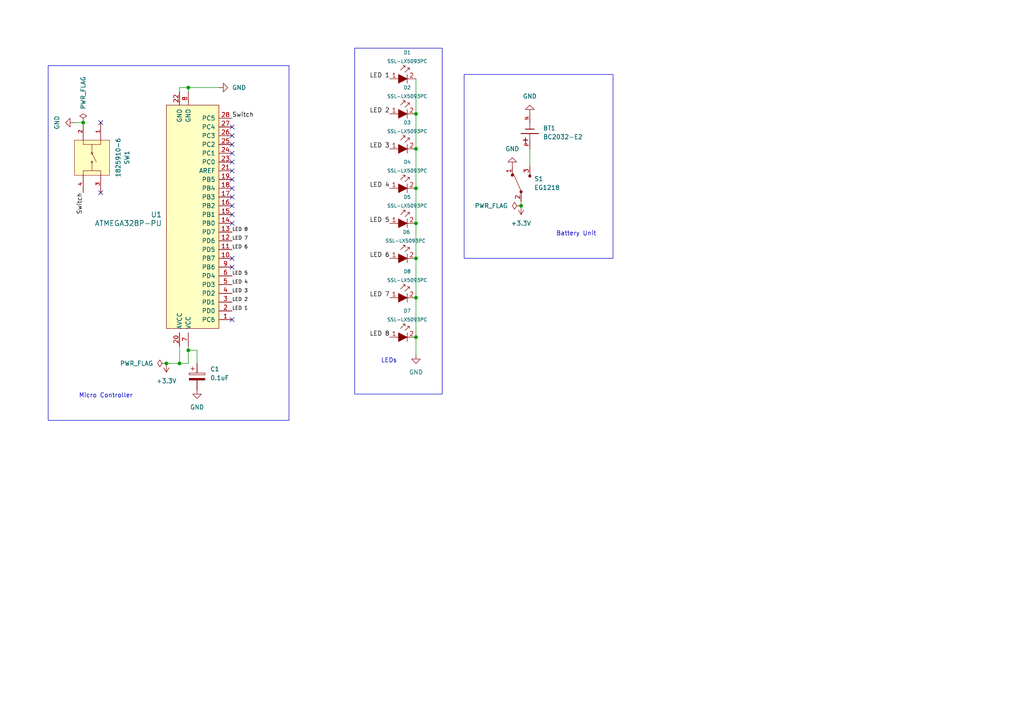
<source format=kicad_sch>
(kicad_sch (version 20230121) (generator eeschema)

  (uuid faca52b1-187d-49e0-bed0-1bc0cc59d02e)

  (paper "A4")

  (title_block
    (title "Heart Circuit")
    (date "2024-01-12")
  )

  (lib_symbols
    (symbol "1825910-6:1825910-6" (pin_names (offset 1.016)) (in_bom yes) (on_board yes)
      (property "Reference" "SW" (at -5.0897 5.8532 0)
        (effects (font (size 1.27 1.27)) (justify left bottom))
      )
      (property "Value" "1825910-6" (at -5.0883 -7.6325 0)
        (effects (font (size 1.27 1.27)) (justify left bottom))
      )
      (property "Footprint" "1825910-6:SW_1825910-6-4" (at 0 0 0)
        (effects (font (size 1.27 1.27)) (justify bottom) hide)
      )
      (property "Datasheet" "" (at 0 0 0)
        (effects (font (size 1.27 1.27)) hide)
      )
      (property "Comment" "1825910-6" (at 0 0 0)
        (effects (font (size 1.27 1.27)) (justify bottom) hide)
      )
      (property "MF" "TE Connectivity" (at 0 0 0)
        (effects (font (size 1.27 1.27)) (justify bottom) hide)
      )
      (property "Description" "\nSwitch Push Button OFF (ON) SPST Round Button 0.05A 24VDC Momentary Contact PC Pins Thru-Hole\n" (at 0 0 0)
        (effects (font (size 1.27 1.27)) (justify bottom) hide)
      )
      (property "Package" "None" (at 0 0 0)
        (effects (font (size 1.27 1.27)) (justify bottom) hide)
      )
      (property "Price" "None" (at 0 0 0)
        (effects (font (size 1.27 1.27)) (justify bottom) hide)
      )
      (property "Check_prices" "https://www.snapeda.com/parts/1825910-6/TE+Connectivity+ALCOSWITCH+Switches/view-part/?ref=eda" (at 0 0 0)
        (effects (font (size 1.27 1.27)) (justify bottom) hide)
      )
      (property "STANDARD" "Manufacturer Recommendations" (at 0 0 0)
        (effects (font (size 1.27 1.27)) (justify bottom) hide)
      )
      (property "PARTREV" "C10" (at 0 0 0)
        (effects (font (size 1.27 1.27)) (justify bottom) hide)
      )
      (property "SnapEDA_Link" "https://www.snapeda.com/parts/1825910-6/TE+Connectivity+ALCOSWITCH+Switches/view-part/?ref=snap" (at 0 0 0)
        (effects (font (size 1.27 1.27)) (justify bottom) hide)
      )
      (property "MP" "1825910-6" (at 0 0 0)
        (effects (font (size 1.27 1.27)) (justify bottom) hide)
      )
      (property "Purchase-URL" "https://www.snapeda.com/api/url_track_click_mouser/?unipart_id=226996&manufacturer=TE Connectivity&part_name=1825910-6&search_term=None" (at 0 0 0)
        (effects (font (size 1.27 1.27)) (justify bottom) hide)
      )
      (property "Availability" "In Stock" (at 0 0 0)
        (effects (font (size 1.27 1.27)) (justify bottom) hide)
      )
      (property "MANUFACTURER" "TE CONNECTIVITY" (at 0 0 0)
        (effects (font (size 1.27 1.27)) (justify bottom) hide)
      )
      (symbol "1825910-6_0_0"
        (rectangle (start -5.08 -5.08) (end 5.08 5.08)
          (stroke (width 0.127) (type default))
          (fill (type background))
        )
        (circle (center -1.27 0) (radius 0.254)
          (stroke (width 0.127) (type default))
          (fill (type none))
        )
        (polyline
          (pts
            (xy -5.08 2.54)
            (xy -3.81 2.54)
          )
          (stroke (width 0.127) (type default))
          (fill (type none))
        )
        (polyline
          (pts
            (xy -3.81 -2.54)
            (xy -5.08 -2.54)
          )
          (stroke (width 0.127) (type default))
          (fill (type none))
        )
        (polyline
          (pts
            (xy -3.81 0)
            (xy -3.81 -2.54)
          )
          (stroke (width 0.127) (type default))
          (fill (type none))
        )
        (polyline
          (pts
            (xy -3.81 0)
            (xy -1.27 0)
          )
          (stroke (width 0.127) (type default))
          (fill (type none))
        )
        (polyline
          (pts
            (xy -3.81 2.54)
            (xy -3.81 0)
          )
          (stroke (width 0.127) (type default))
          (fill (type none))
        )
        (polyline
          (pts
            (xy -1.27 0)
            (xy 1.27 1.27)
          )
          (stroke (width 0.127) (type default))
          (fill (type none))
        )
        (polyline
          (pts
            (xy 1.27 0)
            (xy 3.81 0)
          )
          (stroke (width 0.127) (type default))
          (fill (type none))
        )
        (polyline
          (pts
            (xy 3.81 -2.54)
            (xy 5.08 -2.54)
          )
          (stroke (width 0.127) (type default))
          (fill (type none))
        )
        (polyline
          (pts
            (xy 3.81 0)
            (xy 3.81 -2.54)
          )
          (stroke (width 0.127) (type default))
          (fill (type none))
        )
        (polyline
          (pts
            (xy 3.81 0)
            (xy 3.81 2.54)
          )
          (stroke (width 0.127) (type default))
          (fill (type none))
        )
        (polyline
          (pts
            (xy 3.81 2.54)
            (xy 5.08 2.54)
          )
          (stroke (width 0.127) (type default))
          (fill (type none))
        )
        (circle (center 1.27 0) (radius 0.254)
          (stroke (width 0.127) (type default))
          (fill (type none))
        )
        (pin passive line (at -10.16 2.54 0) (length 5.08)
          (name "~" (effects (font (size 1.016 1.016))))
          (number "1" (effects (font (size 1.016 1.016))))
        )
        (pin passive line (at -10.16 -2.54 0) (length 5.08)
          (name "~" (effects (font (size 1.016 1.016))))
          (number "2" (effects (font (size 1.016 1.016))))
        )
        (pin passive line (at 10.16 2.54 180) (length 5.08)
          (name "~" (effects (font (size 1.016 1.016))))
          (number "3" (effects (font (size 1.016 1.016))))
        )
        (pin passive line (at 10.16 -2.54 180) (length 5.08)
          (name "~" (effects (font (size 1.016 1.016))))
          (number "4" (effects (font (size 1.016 1.016))))
        )
      )
    )
    (symbol "BC2032-E2:BC2032-E2" (pin_names (offset 1.016)) (in_bom yes) (on_board yes)
      (property "Reference" "BT" (at -5.084 5.084 0)
        (effects (font (size 1.27 1.27)) (justify left bottom))
      )
      (property "Value" "BC2032-E2" (at -5.082 -5.082 0)
        (effects (font (size 1.27 1.27)) (justify left bottom))
      )
      (property "Footprint" "BC2032-E2:MPD_BC2032-E2" (at 0 0 0)
        (effects (font (size 1.27 1.27)) (justify bottom) hide)
      )
      (property "Datasheet" "" (at 0 0 0)
        (effects (font (size 1.27 1.27)) hide)
      )
      (property "PARTREV" "D" (at 0 0 0)
        (effects (font (size 1.27 1.27)) (justify bottom) hide)
      )
      (property "STANDARD" "Manufacturer Recommendation" (at 0 0 0)
        (effects (font (size 1.27 1.27)) (justify bottom) hide)
      )
      (property "MANUFACTURER" "MPD" (at 0 0 0)
        (effects (font (size 1.27 1.27)) (justify bottom) hide)
      )
      (symbol "BC2032-E2_0_0"
        (polyline
          (pts
            (xy -2.54 0)
            (xy -0.635 0)
          )
          (stroke (width 0.1524) (type default))
          (fill (type none))
        )
        (polyline
          (pts
            (xy -0.635 0)
            (xy -0.635 -1.27)
          )
          (stroke (width 0.254) (type default))
          (fill (type none))
        )
        (polyline
          (pts
            (xy -0.635 1.27)
            (xy -0.635 0)
          )
          (stroke (width 0.254) (type default))
          (fill (type none))
        )
        (polyline
          (pts
            (xy 0.635 0)
            (xy 0.635 -2.54)
          )
          (stroke (width 0.254) (type default))
          (fill (type none))
        )
        (polyline
          (pts
            (xy 0.635 0)
            (xy 2.54 0)
          )
          (stroke (width 0.1524) (type default))
          (fill (type none))
        )
        (polyline
          (pts
            (xy 0.635 2.54)
            (xy 0.635 0)
          )
          (stroke (width 0.254) (type default))
          (fill (type none))
        )
        (polyline
          (pts
            (xy 1.905 -1.27)
            (xy 3.175 -1.27)
          )
          (stroke (width 0.254) (type default))
          (fill (type none))
        )
        (polyline
          (pts
            (xy 2.54 -0.635)
            (xy 2.54 -1.905)
          )
          (stroke (width 0.254) (type default))
          (fill (type none))
        )
        (pin passive line (at -5.08 0 0) (length 2.54)
          (name "~" (effects (font (size 1.016 1.016))))
          (number "N" (effects (font (size 1.016 1.016))))
        )
        (pin passive line (at 5.08 0 180) (length 2.54)
          (name "~" (effects (font (size 1.016 1.016))))
          (number "P" (effects (font (size 1.016 1.016))))
        )
      )
    )
    (symbol "Device:C_Polarized" (pin_numbers hide) (pin_names (offset 0.254)) (in_bom yes) (on_board yes)
      (property "Reference" "C" (at 0.635 2.54 0)
        (effects (font (size 1.27 1.27)) (justify left))
      )
      (property "Value" "C_Polarized" (at 0.635 -2.54 0)
        (effects (font (size 1.27 1.27)) (justify left))
      )
      (property "Footprint" "" (at 0.9652 -3.81 0)
        (effects (font (size 1.27 1.27)) hide)
      )
      (property "Datasheet" "~" (at 0 0 0)
        (effects (font (size 1.27 1.27)) hide)
      )
      (property "ki_keywords" "cap capacitor" (at 0 0 0)
        (effects (font (size 1.27 1.27)) hide)
      )
      (property "ki_description" "Polarized capacitor" (at 0 0 0)
        (effects (font (size 1.27 1.27)) hide)
      )
      (property "ki_fp_filters" "CP_*" (at 0 0 0)
        (effects (font (size 1.27 1.27)) hide)
      )
      (symbol "C_Polarized_0_1"
        (rectangle (start -2.286 0.508) (end 2.286 1.016)
          (stroke (width 0) (type default))
          (fill (type none))
        )
        (polyline
          (pts
            (xy -1.778 2.286)
            (xy -0.762 2.286)
          )
          (stroke (width 0) (type default))
          (fill (type none))
        )
        (polyline
          (pts
            (xy -1.27 2.794)
            (xy -1.27 1.778)
          )
          (stroke (width 0) (type default))
          (fill (type none))
        )
        (rectangle (start 2.286 -0.508) (end -2.286 -1.016)
          (stroke (width 0) (type default))
          (fill (type outline))
        )
      )
      (symbol "C_Polarized_1_1"
        (pin passive line (at 0 3.81 270) (length 2.794)
          (name "~" (effects (font (size 1.27 1.27))))
          (number "1" (effects (font (size 1.27 1.27))))
        )
        (pin passive line (at 0 -3.81 90) (length 2.794)
          (name "~" (effects (font (size 1.27 1.27))))
          (number "2" (effects (font (size 1.27 1.27))))
        )
      )
    )
    (symbol "dk_Embedded-Microcontrollers:ATMEGA328P-PU" (pin_names (offset 1.016)) (in_bom yes) (on_board yes)
      (property "Reference" "U" (at -8.89 33.02 0)
        (effects (font (size 1.524 1.524)) (justify left))
      )
      (property "Value" "ATMEGA328P-PU" (at 2.54 -1.27 90)
        (effects (font (size 1.524 1.524)))
      )
      (property "Footprint" "digikey-footprints:DIP-28_W7.62mm" (at 5.08 5.08 0)
        (effects (font (size 1.524 1.524)) (justify left) hide)
      )
      (property "Datasheet" "http://www.microchip.com/mymicrochip/filehandler.aspx?ddocname=en608326" (at 5.08 7.62 0)
        (effects (font (size 1.524 1.524)) (justify left) hide)
      )
      (property "Digi-Key_PN" "ATMEGA328P-PU-ND" (at 5.08 10.16 0)
        (effects (font (size 1.524 1.524)) (justify left) hide)
      )
      (property "MPN" "ATMEGA328P-PU" (at 5.08 12.7 0)
        (effects (font (size 1.524 1.524)) (justify left) hide)
      )
      (property "Category" "Integrated Circuits (ICs)" (at 5.08 15.24 0)
        (effects (font (size 1.524 1.524)) (justify left) hide)
      )
      (property "Family" "Embedded - Microcontrollers" (at 5.08 17.78 0)
        (effects (font (size 1.524 1.524)) (justify left) hide)
      )
      (property "DK_Datasheet_Link" "http://www.microchip.com/mymicrochip/filehandler.aspx?ddocname=en608326" (at 5.08 20.32 0)
        (effects (font (size 1.524 1.524)) (justify left) hide)
      )
      (property "DK_Detail_Page" "/product-detail/en/microchip-technology/ATMEGA328P-PU/ATMEGA328P-PU-ND/1914589" (at 5.08 22.86 0)
        (effects (font (size 1.524 1.524)) (justify left) hide)
      )
      (property "Description" "IC MCU 8BIT 32KB FLASH 28DIP" (at 5.08 25.4 0)
        (effects (font (size 1.524 1.524)) (justify left) hide)
      )
      (property "Manufacturer" "Microchip Technology" (at 5.08 27.94 0)
        (effects (font (size 1.524 1.524)) (justify left) hide)
      )
      (property "Status" "Active" (at 5.08 30.48 0)
        (effects (font (size 1.524 1.524)) (justify left) hide)
      )
      (property "ki_description" "IC MCU 8BIT 32KB FLASH 28DIP" (at 0 0 0)
        (effects (font (size 1.27 1.27)) hide)
      )
      (symbol "ATMEGA328P-PU_0_1"
        (rectangle (start -8.89 30.48) (end 6.35 -34.29)
          (stroke (width 0) (type solid))
          (fill (type background))
        )
      )
      (symbol "ATMEGA328P-PU_1_1"
        (pin bidirectional line (at -12.7 27.94 0) (length 3.81)
          (name "PC6" (effects (font (size 1.27 1.27))))
          (number "1" (effects (font (size 1.27 1.27))))
        )
        (pin bidirectional line (at -12.7 10.16 0) (length 3.81)
          (name "PB7" (effects (font (size 1.27 1.27))))
          (number "10" (effects (font (size 1.27 1.27))))
        )
        (pin bidirectional line (at -12.7 7.62 0) (length 3.81)
          (name "PD5" (effects (font (size 1.27 1.27))))
          (number "11" (effects (font (size 1.27 1.27))))
        )
        (pin bidirectional line (at -12.7 5.08 0) (length 3.81)
          (name "PD6" (effects (font (size 1.27 1.27))))
          (number "12" (effects (font (size 1.27 1.27))))
        )
        (pin bidirectional line (at -12.7 2.54 0) (length 3.81)
          (name "PD7" (effects (font (size 1.27 1.27))))
          (number "13" (effects (font (size 1.27 1.27))))
        )
        (pin bidirectional line (at -12.7 0 0) (length 3.81)
          (name "PB0" (effects (font (size 1.27 1.27))))
          (number "14" (effects (font (size 1.27 1.27))))
        )
        (pin bidirectional line (at -12.7 -2.54 0) (length 3.81)
          (name "PB1" (effects (font (size 1.27 1.27))))
          (number "15" (effects (font (size 1.27 1.27))))
        )
        (pin bidirectional line (at -12.7 -5.08 0) (length 3.81)
          (name "PB2" (effects (font (size 1.27 1.27))))
          (number "16" (effects (font (size 1.27 1.27))))
        )
        (pin bidirectional line (at -12.7 -7.62 0) (length 3.81)
          (name "PB3" (effects (font (size 1.27 1.27))))
          (number "17" (effects (font (size 1.27 1.27))))
        )
        (pin bidirectional line (at -12.7 -10.16 0) (length 3.81)
          (name "PB4" (effects (font (size 1.27 1.27))))
          (number "18" (effects (font (size 1.27 1.27))))
        )
        (pin bidirectional line (at -12.7 -12.7 0) (length 3.81)
          (name "PB5" (effects (font (size 1.27 1.27))))
          (number "19" (effects (font (size 1.27 1.27))))
        )
        (pin bidirectional line (at -12.7 25.4 0) (length 3.81)
          (name "PD0" (effects (font (size 1.27 1.27))))
          (number "2" (effects (font (size 1.27 1.27))))
        )
        (pin power_in line (at 2.54 35.56 270) (length 3.81)
          (name "AVCC" (effects (font (size 1.27 1.27))))
          (number "20" (effects (font (size 1.27 1.27))))
        )
        (pin input line (at -12.7 -15.24 0) (length 3.81)
          (name "AREF" (effects (font (size 1.27 1.27))))
          (number "21" (effects (font (size 1.27 1.27))))
        )
        (pin power_in line (at 2.54 -38.1 90) (length 3.81)
          (name "GND" (effects (font (size 1.27 1.27))))
          (number "22" (effects (font (size 1.27 1.27))))
        )
        (pin bidirectional line (at -12.7 -17.78 0) (length 3.81)
          (name "PC0" (effects (font (size 1.27 1.27))))
          (number "23" (effects (font (size 1.27 1.27))))
        )
        (pin bidirectional line (at -12.7 -20.32 0) (length 3.81)
          (name "PC1" (effects (font (size 1.27 1.27))))
          (number "24" (effects (font (size 1.27 1.27))))
        )
        (pin bidirectional line (at -12.7 -22.86 0) (length 3.81)
          (name "PC2" (effects (font (size 1.27 1.27))))
          (number "25" (effects (font (size 1.27 1.27))))
        )
        (pin bidirectional line (at -12.7 -25.4 0) (length 3.81)
          (name "PC3" (effects (font (size 1.27 1.27))))
          (number "26" (effects (font (size 1.27 1.27))))
        )
        (pin bidirectional line (at -12.7 -27.94 0) (length 3.81)
          (name "PC4" (effects (font (size 1.27 1.27))))
          (number "27" (effects (font (size 1.27 1.27))))
        )
        (pin bidirectional line (at -12.7 -30.48 0) (length 3.81)
          (name "PC5" (effects (font (size 1.27 1.27))))
          (number "28" (effects (font (size 1.27 1.27))))
        )
        (pin bidirectional line (at -12.7 22.86 0) (length 3.81)
          (name "PD1" (effects (font (size 1.27 1.27))))
          (number "3" (effects (font (size 1.27 1.27))))
        )
        (pin bidirectional line (at -12.7 20.32 0) (length 3.81)
          (name "PD2" (effects (font (size 1.27 1.27))))
          (number "4" (effects (font (size 1.27 1.27))))
        )
        (pin bidirectional line (at -12.7 17.78 0) (length 3.81)
          (name "PD3" (effects (font (size 1.27 1.27))))
          (number "5" (effects (font (size 1.27 1.27))))
        )
        (pin bidirectional line (at -12.7 15.24 0) (length 3.81)
          (name "PD4" (effects (font (size 1.27 1.27))))
          (number "6" (effects (font (size 1.27 1.27))))
        )
        (pin power_in line (at 0 35.56 270) (length 3.81)
          (name "VCC" (effects (font (size 1.27 1.27))))
          (number "7" (effects (font (size 1.27 1.27))))
        )
        (pin power_in line (at 0 -38.1 90) (length 3.81)
          (name "GND" (effects (font (size 1.27 1.27))))
          (number "8" (effects (font (size 1.27 1.27))))
        )
        (pin bidirectional line (at -12.7 12.7 0) (length 3.81)
          (name "PB6" (effects (font (size 1.27 1.27))))
          (number "9" (effects (font (size 1.27 1.27))))
        )
      )
    )
    (symbol "dk_LED-Indication-Discrete:SSL-LX5093PC" (pin_names (offset 0)) (in_bom yes) (on_board yes)
      (property "Reference" "D" (at -3.81 3.81 0)
        (effects (font (size 1.524 1.524)))
      )
      (property "Value" "SSL-LX5093PC" (at -1.27 -3.81 0)
        (effects (font (size 1.524 1.524)))
      )
      (property "Footprint" "digikey-footprints:LED_5mm_Radial" (at 5.08 5.08 0)
        (effects (font (size 1.524 1.524)) (justify left) hide)
      )
      (property "Datasheet" "https://www.lumex.com/content/files/ProductAttachment/SSL-LX5093PC.pdf" (at 5.08 7.62 0)
        (effects (font (size 1.524 1.524)) (justify left) hide)
      )
      (property "Digi-Key_PN" "67-2062-ND" (at 5.08 10.16 0)
        (effects (font (size 1.524 1.524)) (justify left) hide)
      )
      (property "MPN" "SSL-LX5093PC" (at 5.08 12.7 0)
        (effects (font (size 1.524 1.524)) (justify left) hide)
      )
      (property "Category" "Optoelectronics" (at 5.08 15.24 0)
        (effects (font (size 1.524 1.524)) (justify left) hide)
      )
      (property "Family" "LED Indication - Discrete" (at 5.08 17.78 0)
        (effects (font (size 1.524 1.524)) (justify left) hide)
      )
      (property "DK_Datasheet_Link" "https://www.lumex.com/content/files/ProductAttachment/SSL-LX5093PC.pdf" (at 5.08 20.32 0)
        (effects (font (size 1.524 1.524)) (justify left) hide)
      )
      (property "DK_Detail_Page" "/product-detail/en/lumex-opto-components-inc/SSL-LX5093PC/67-2062-ND/1842139" (at 5.08 22.86 0)
        (effects (font (size 1.524 1.524)) (justify left) hide)
      )
      (property "Description" "LED PINK CLEAR T-1 3/4 T/H" (at 5.08 25.4 0)
        (effects (font (size 1.524 1.524)) (justify left) hide)
      )
      (property "Manufacturer" "Lumex Opto/Components Inc." (at 5.08 27.94 0)
        (effects (font (size 1.524 1.524)) (justify left) hide)
      )
      (property "Status" "Active" (at 5.08 30.48 0)
        (effects (font (size 1.524 1.524)) (justify left) hide)
      )
      (property "ki_keywords" "67-2062-ND" (at 0 0 0)
        (effects (font (size 1.27 1.27)) hide)
      )
      (property "ki_description" "LED PINK CLEAR T-1 3/4 T/H" (at 0 0 0)
        (effects (font (size 1.27 1.27)) hide)
      )
      (symbol "SSL-LX5093PC_0_1"
        (polyline
          (pts
            (xy -0.635 3.81)
            (xy -1.905 2.54)
          )
          (stroke (width 0) (type solid))
          (fill (type none))
        )
        (polyline
          (pts
            (xy 0 1.27)
            (xy 0 -1.27)
          )
          (stroke (width 0) (type solid))
          (fill (type none))
        )
        (polyline
          (pts
            (xy 0.635 3.175)
            (xy -0.635 1.905)
          )
          (stroke (width 0) (type solid))
          (fill (type none))
        )
        (polyline
          (pts
            (xy -1.27 3.81)
            (xy -0.635 3.81)
            (xy -0.635 3.175)
          )
          (stroke (width 0) (type solid))
          (fill (type none))
        )
        (polyline
          (pts
            (xy 0 3.175)
            (xy 0.635 3.175)
            (xy 0.635 2.54)
          )
          (stroke (width 0) (type solid))
          (fill (type none))
        )
        (polyline
          (pts
            (xy -2.54 1.27)
            (xy -2.54 -1.27)
            (xy 0 0)
            (xy -2.54 1.27)
          )
          (stroke (width 0) (type solid))
          (fill (type outline))
        )
      )
      (symbol "SSL-LX5093PC_1_1"
        (pin passive line (at -5.08 0 0) (length 2.54)
          (name "~" (effects (font (size 1.27 1.27))))
          (number "1" (effects (font (size 1.27 1.27))))
        )
        (pin passive line (at 2.54 0 180) (length 2.54)
          (name "~" (effects (font (size 1.27 1.27))))
          (number "2" (effects (font (size 1.27 1.27))))
        )
      )
    )
    (symbol "dk_Slide-Switches:EG1218" (pin_names (offset 0)) (in_bom yes) (on_board yes)
      (property "Reference" "S" (at -3.81 2.286 0)
        (effects (font (size 1.27 1.27)))
      )
      (property "Value" "EG1218" (at 0 -5.334 0)
        (effects (font (size 1.27 1.27)))
      )
      (property "Footprint" "digikey-footprints:Switch_Slide_11.6x4mm_EG1218" (at 5.08 5.08 0)
        (effects (font (size 1.27 1.27)) (justify left) hide)
      )
      (property "Datasheet" "http://spec_sheets.e-switch.com/specs/P040040.pdf" (at 5.08 7.62 0)
        (effects (font (size 1.524 1.524)) (justify left) hide)
      )
      (property "Digi-Key_PN" "EG1903-ND" (at 5.08 10.16 0)
        (effects (font (size 1.524 1.524)) (justify left) hide)
      )
      (property "MPN" "EG1218" (at 5.08 12.7 0)
        (effects (font (size 1.524 1.524)) (justify left) hide)
      )
      (property "Category" "Switches" (at 5.08 15.24 0)
        (effects (font (size 1.524 1.524)) (justify left) hide)
      )
      (property "Family" "Slide Switches" (at 5.08 17.78 0)
        (effects (font (size 1.524 1.524)) (justify left) hide)
      )
      (property "DK_Datasheet_Link" "http://spec_sheets.e-switch.com/specs/P040040.pdf" (at 5.08 20.32 0)
        (effects (font (size 1.524 1.524)) (justify left) hide)
      )
      (property "DK_Detail_Page" "/product-detail/en/e-switch/EG1218/EG1903-ND/101726" (at 5.08 22.86 0)
        (effects (font (size 1.524 1.524)) (justify left) hide)
      )
      (property "Description" "SWITCH SLIDE SPDT 200MA 30V" (at 5.08 25.4 0)
        (effects (font (size 1.524 1.524)) (justify left) hide)
      )
      (property "Manufacturer" "E-Switch" (at 5.08 27.94 0)
        (effects (font (size 1.524 1.524)) (justify left) hide)
      )
      (property "Status" "Active" (at 5.08 30.48 0)
        (effects (font (size 1.524 1.524)) (justify left) hide)
      )
      (property "ki_keywords" "EG1903-ND EG" (at 0 0 0)
        (effects (font (size 1.27 1.27)) hide)
      )
      (property "ki_description" "SWITCH SLIDE SPDT 200MA 30V" (at 0 0 0)
        (effects (font (size 1.27 1.27)) hide)
      )
      (symbol "EG1218_0_1"
        (circle (center -2.286 0) (radius 0.3556)
          (stroke (width 0) (type solid))
          (fill (type outline))
        )
        (polyline
          (pts
            (xy -2.032 0)
            (xy 3.048 2.286)
          )
          (stroke (width 0) (type solid))
          (fill (type none))
        )
        (circle (center 2.286 -2.54) (radius 0.3556)
          (stroke (width 0) (type solid))
          (fill (type outline))
        )
        (circle (center 2.54 2.54) (radius 0.3556)
          (stroke (width 0) (type solid))
          (fill (type outline))
        )
      )
      (symbol "EG1218_1_1"
        (pin passive line (at 5.08 2.54 180) (length 2.54)
          (name "~" (effects (font (size 1.27 1.27))))
          (number "1" (effects (font (size 1.27 1.27))))
        )
        (pin passive line (at -5.08 0 0) (length 2.54)
          (name "~" (effects (font (size 1.27 1.27))))
          (number "2" (effects (font (size 1.27 1.27))))
        )
        (pin passive line (at 5.08 -2.54 180) (length 2.54)
          (name "~" (effects (font (size 1.27 1.27))))
          (number "3" (effects (font (size 1.27 1.27))))
        )
      )
    )
    (symbol "power:+3.3V" (power) (pin_names (offset 0)) (in_bom yes) (on_board yes)
      (property "Reference" "#PWR" (at 0 -3.81 0)
        (effects (font (size 1.27 1.27)) hide)
      )
      (property "Value" "+3.3V" (at 0 3.556 0)
        (effects (font (size 1.27 1.27)))
      )
      (property "Footprint" "" (at 0 0 0)
        (effects (font (size 1.27 1.27)) hide)
      )
      (property "Datasheet" "" (at 0 0 0)
        (effects (font (size 1.27 1.27)) hide)
      )
      (property "ki_keywords" "global power" (at 0 0 0)
        (effects (font (size 1.27 1.27)) hide)
      )
      (property "ki_description" "Power symbol creates a global label with name \"+3.3V\"" (at 0 0 0)
        (effects (font (size 1.27 1.27)) hide)
      )
      (symbol "+3.3V_0_1"
        (polyline
          (pts
            (xy -0.762 1.27)
            (xy 0 2.54)
          )
          (stroke (width 0) (type default))
          (fill (type none))
        )
        (polyline
          (pts
            (xy 0 0)
            (xy 0 2.54)
          )
          (stroke (width 0) (type default))
          (fill (type none))
        )
        (polyline
          (pts
            (xy 0 2.54)
            (xy 0.762 1.27)
          )
          (stroke (width 0) (type default))
          (fill (type none))
        )
      )
      (symbol "+3.3V_1_1"
        (pin power_in line (at 0 0 90) (length 0) hide
          (name "+3.3V" (effects (font (size 1.27 1.27))))
          (number "1" (effects (font (size 1.27 1.27))))
        )
      )
    )
    (symbol "power:GND" (power) (pin_names (offset 0)) (in_bom yes) (on_board yes)
      (property "Reference" "#PWR" (at 0 -6.35 0)
        (effects (font (size 1.27 1.27)) hide)
      )
      (property "Value" "GND" (at 0 -3.81 0)
        (effects (font (size 1.27 1.27)))
      )
      (property "Footprint" "" (at 0 0 0)
        (effects (font (size 1.27 1.27)) hide)
      )
      (property "Datasheet" "" (at 0 0 0)
        (effects (font (size 1.27 1.27)) hide)
      )
      (property "ki_keywords" "global power" (at 0 0 0)
        (effects (font (size 1.27 1.27)) hide)
      )
      (property "ki_description" "Power symbol creates a global label with name \"GND\" , ground" (at 0 0 0)
        (effects (font (size 1.27 1.27)) hide)
      )
      (symbol "GND_0_1"
        (polyline
          (pts
            (xy 0 0)
            (xy 0 -1.27)
            (xy 1.27 -1.27)
            (xy 0 -2.54)
            (xy -1.27 -1.27)
            (xy 0 -1.27)
          )
          (stroke (width 0) (type default))
          (fill (type none))
        )
      )
      (symbol "GND_1_1"
        (pin power_in line (at 0 0 270) (length 0) hide
          (name "GND" (effects (font (size 1.27 1.27))))
          (number "1" (effects (font (size 1.27 1.27))))
        )
      )
    )
    (symbol "power:PWR_FLAG" (power) (pin_numbers hide) (pin_names (offset 0) hide) (in_bom yes) (on_board yes)
      (property "Reference" "#FLG" (at 0 1.905 0)
        (effects (font (size 1.27 1.27)) hide)
      )
      (property "Value" "PWR_FLAG" (at 0 3.81 0)
        (effects (font (size 1.27 1.27)))
      )
      (property "Footprint" "" (at 0 0 0)
        (effects (font (size 1.27 1.27)) hide)
      )
      (property "Datasheet" "~" (at 0 0 0)
        (effects (font (size 1.27 1.27)) hide)
      )
      (property "ki_keywords" "flag power" (at 0 0 0)
        (effects (font (size 1.27 1.27)) hide)
      )
      (property "ki_description" "Special symbol for telling ERC where power comes from" (at 0 0 0)
        (effects (font (size 1.27 1.27)) hide)
      )
      (symbol "PWR_FLAG_0_0"
        (pin power_out line (at 0 0 90) (length 0)
          (name "pwr" (effects (font (size 1.27 1.27))))
          (number "1" (effects (font (size 1.27 1.27))))
        )
      )
      (symbol "PWR_FLAG_0_1"
        (polyline
          (pts
            (xy 0 0)
            (xy 0 1.27)
            (xy -1.016 1.905)
            (xy 0 2.54)
            (xy 1.016 1.905)
            (xy 0 1.27)
          )
          (stroke (width 0) (type default))
          (fill (type none))
        )
      )
    )
  )

  (junction (at 52.07 105.41) (diameter 0) (color 0 0 0 0)
    (uuid 0d482946-8a70-4726-bd06-a72a36ee866a)
  )
  (junction (at 120.65 74.93) (diameter 0) (color 0 0 0 0)
    (uuid 38099a8f-fa27-471c-b0be-da8b3843a184)
  )
  (junction (at 151.13 59.69) (diameter 0) (color 0 0 0 0)
    (uuid 3a43873b-1c0a-4d6c-9f9b-016b0d285cba)
  )
  (junction (at 120.65 43.18) (diameter 0) (color 0 0 0 0)
    (uuid 4625f30d-9164-49f6-838b-9115727035b8)
  )
  (junction (at 120.65 97.79) (diameter 0) (color 0 0 0 0)
    (uuid 52ad97a7-c17f-4158-a792-e7768883fd4a)
  )
  (junction (at 24.13 35.56) (diameter 0) (color 0 0 0 0)
    (uuid 568b0d41-ebdc-46ab-87b3-ff1265ec907c)
  )
  (junction (at 120.65 54.61) (diameter 0) (color 0 0 0 0)
    (uuid 5756bd4a-2588-4491-8714-c39f3fb6172b)
  )
  (junction (at 120.65 64.77) (diameter 0) (color 0 0 0 0)
    (uuid 6c02d16e-9c08-426f-9c84-fe9d75c6e118)
  )
  (junction (at 54.61 101.6) (diameter 0) (color 0 0 0 0)
    (uuid 753cccc4-44ad-4900-a38a-e8a7d4ac9df3)
  )
  (junction (at 120.65 33.02) (diameter 0) (color 0 0 0 0)
    (uuid 891139f5-488f-4d77-a574-9a924697c046)
  )
  (junction (at 120.65 86.36) (diameter 0) (color 0 0 0 0)
    (uuid bdc7ec2d-fed9-466d-ad1f-a6ee1b07a014)
  )
  (junction (at 48.26 105.41) (diameter 0) (color 0 0 0 0)
    (uuid df1bc0ed-5b7a-41f1-a098-6f802742be54)
  )
  (junction (at 54.61 25.4) (diameter 0) (color 0 0 0 0)
    (uuid ee575d58-8e1d-4f06-842a-bb74c288e48b)
  )

  (no_connect (at 29.21 55.88) (uuid 27991f56-7b5a-4c74-8efb-2c60e8427536))
  (no_connect (at 67.31 92.71) (uuid 3248cd89-ff70-4611-8ec5-4e7989634192))
  (no_connect (at 67.31 64.77) (uuid 48d0b824-e276-426f-b82c-ea1dc54257bc))
  (no_connect (at 67.31 46.99) (uuid 62c8d10f-962e-4c13-8d4c-2ca7016c0697))
  (no_connect (at 67.31 59.69) (uuid 64eb2f3d-0d56-4d35-bdb2-50a6ba7546bd))
  (no_connect (at 67.31 49.53) (uuid 7e21b7ac-1128-4d8f-bbb7-70f21860588a))
  (no_connect (at 67.31 77.47) (uuid 8392d233-8a07-4eb7-bdbd-ab62a49d90d0))
  (no_connect (at 67.31 62.23) (uuid 979b26bd-206a-41a4-b9e7-5e09cae969da))
  (no_connect (at 67.31 39.37) (uuid 9de6eec1-5f7b-4198-80d6-dffe649ec48b))
  (no_connect (at 67.31 52.07) (uuid c3166cab-67ef-48f7-84cc-23e382138a11))
  (no_connect (at 67.31 74.93) (uuid d41911c3-eff8-4dde-a57d-a9914c151be7))
  (no_connect (at 67.31 36.83) (uuid d5008590-d2ab-49ce-a140-bd71e4f9cd0a))
  (no_connect (at 67.31 44.45) (uuid dc015503-6788-407d-b1df-19d79daa8b96))
  (no_connect (at 67.31 41.91) (uuid dc31c9f5-e75d-4c13-93fd-0e3ad9a0dcab))
  (no_connect (at 67.31 54.61) (uuid ea57a1bf-4872-448c-b08a-1f48f44402c6))
  (no_connect (at 67.31 57.15) (uuid eb38754b-8aca-4b34-b2c6-8bad97d6e5d2))
  (no_connect (at 29.21 35.56) (uuid ec5880db-bc27-472a-88cb-481cfe3ede62))

  (wire (pts (xy 120.65 97.79) (xy 120.65 102.87))
    (stroke (width 0) (type default))
    (uuid 0383e385-98b0-43c9-83d8-789376e01986)
  )
  (wire (pts (xy 54.61 101.6) (xy 54.61 105.41))
    (stroke (width 0) (type default))
    (uuid 0ff33d9c-7e8e-4c0a-8f08-f3f281703977)
  )
  (wire (pts (xy 48.26 105.41) (xy 52.07 105.41))
    (stroke (width 0) (type default))
    (uuid 311d0001-493b-455e-9152-268c006b53d6)
  )
  (wire (pts (xy 57.15 101.6) (xy 57.15 105.41))
    (stroke (width 0) (type default))
    (uuid 32d2558e-173b-4cc1-ab33-6b01625559ab)
  )
  (wire (pts (xy 120.65 74.93) (xy 120.65 86.36))
    (stroke (width 0) (type default))
    (uuid 3e044870-70b9-4bff-a16d-778aa992d14b)
  )
  (wire (pts (xy 151.13 59.69) (xy 151.13 58.42))
    (stroke (width 0) (type default))
    (uuid 45693db9-5075-4d99-85bb-5fcf88952c66)
  )
  (wire (pts (xy 120.65 33.02) (xy 120.65 43.18))
    (stroke (width 0) (type default))
    (uuid 550845de-40d0-4f9f-b131-d525722be14b)
  )
  (wire (pts (xy 52.07 100.33) (xy 52.07 105.41))
    (stroke (width 0) (type default))
    (uuid 57a944a6-3966-4d67-942a-f004cc43c1eb)
  )
  (wire (pts (xy 54.61 101.6) (xy 57.15 101.6))
    (stroke (width 0) (type default))
    (uuid 5867402e-cefd-4ab9-99e0-95d72335d5e0)
  )
  (wire (pts (xy 120.65 54.61) (xy 120.65 64.77))
    (stroke (width 0) (type default))
    (uuid 5b1380de-4360-4fcd-aae4-472842eb29ba)
  )
  (wire (pts (xy 54.61 25.4) (xy 52.07 25.4))
    (stroke (width 0) (type default))
    (uuid 746c7636-0f82-4f43-8b5a-20318b50375d)
  )
  (wire (pts (xy 24.13 35.56) (xy 21.59 35.56))
    (stroke (width 0) (type default))
    (uuid 74e7f385-d7da-44fb-9cd1-8cdecd418182)
  )
  (wire (pts (xy 120.65 86.36) (xy 120.65 97.79))
    (stroke (width 0) (type default))
    (uuid 93afa70d-9589-497d-a2f1-1b2f18b3aef5)
  )
  (wire (pts (xy 153.67 43.18) (xy 153.67 48.26))
    (stroke (width 0) (type default))
    (uuid 97cd93ba-748a-450a-950c-4e92667bacbe)
  )
  (wire (pts (xy 120.65 64.77) (xy 120.65 74.93))
    (stroke (width 0) (type default))
    (uuid 9efca0b9-e47f-4588-b693-dcf47cd5ca05)
  )
  (wire (pts (xy 54.61 25.4) (xy 54.61 26.67))
    (stroke (width 0) (type default))
    (uuid a9dfda3d-6b74-429e-951c-e61f9a676a75)
  )
  (wire (pts (xy 54.61 100.33) (xy 54.61 101.6))
    (stroke (width 0) (type default))
    (uuid c864d309-5e7e-47f3-b728-9fbb7af6ddf5)
  )
  (wire (pts (xy 120.65 43.18) (xy 120.65 54.61))
    (stroke (width 0) (type default))
    (uuid cb771192-59c1-4d3a-bd69-9e7d54261319)
  )
  (wire (pts (xy 54.61 25.4) (xy 63.5 25.4))
    (stroke (width 0) (type default))
    (uuid d5892d16-8a3c-4ab5-a7db-c0b81ebdefd8)
  )
  (wire (pts (xy 120.65 22.86) (xy 120.65 33.02))
    (stroke (width 0) (type default))
    (uuid e4d64bad-8b9d-4061-afbd-5bed2ff6f640)
  )
  (wire (pts (xy 52.07 105.41) (xy 54.61 105.41))
    (stroke (width 0) (type default))
    (uuid fc6c614c-a54c-421e-a5c6-d8c8d7d570af)
  )
  (wire (pts (xy 52.07 25.4) (xy 52.07 26.67))
    (stroke (width 0) (type default))
    (uuid fd9c8775-0f98-46f0-8b74-ce892542b6e4)
  )

  (rectangle (start 102.87 13.97) (end 128.27 114.3)
    (stroke (width 0) (type default))
    (fill (type none))
    (uuid ba135037-7e3b-4398-a428-b1d63af4261a)
  )
  (rectangle (start 13.97 19.05) (end 83.82 121.92)
    (stroke (width 0) (type default))
    (fill (type none))
    (uuid c1632328-48b4-42d1-824d-62d07e5006ca)
  )
  (rectangle (start 134.62 21.59) (end 177.8 74.93)
    (stroke (width 0) (type default))
    (fill (type none))
    (uuid fc95e462-528c-4ad1-b214-df77cbf46f44)
  )

  (text "LEDs\n" (at 110.49 105.41 0)
    (effects (font (size 1.27 1.27)) (justify left bottom))
    (uuid 24322e5e-d150-4b93-a55f-fe626d44ed60)
  )
  (text "Battery Unit\n" (at 161.29 68.58 0)
    (effects (font (size 1.27 1.27)) (justify left bottom))
    (uuid 79ad3c57-7e19-44db-bad6-dfeb83df7c21)
  )
  (text "Micro Controller" (at 22.86 115.57 0)
    (effects (font (size 1.27 1.27)) (justify left bottom))
    (uuid c4ef5606-bf7e-4df9-84d2-0d9fb1c88cc4)
  )

  (label "LED 1" (at 67.31 90.17 0) (fields_autoplaced)
    (effects (font (size 1 1)) (justify left bottom))
    (uuid 05760373-755a-44d1-b2f3-76771b1dad70)
  )
  (label "LED 7" (at 113.03 86.36 180) (fields_autoplaced)
    (effects (font (size 1.27 1.27)) (justify right bottom))
    (uuid 0839fb6a-1fdb-4ded-a983-351e9b2bd859)
  )
  (label "LED 6" (at 67.31 72.39 0) (fields_autoplaced)
    (effects (font (size 1 1)) (justify left bottom))
    (uuid 19e8d611-77a7-4d5e-b3f8-e666c4ea82b4)
  )
  (label "LED 5" (at 67.31 80.01 0) (fields_autoplaced)
    (effects (font (size 1 1)) (justify left bottom))
    (uuid 1b016530-b105-4c5c-ac50-ea99980b25c9)
  )
  (label "LED 2" (at 113.03 33.02 180) (fields_autoplaced)
    (effects (font (size 1.27 1.27)) (justify right bottom))
    (uuid 1deb7fc8-4f9b-4121-8851-29d4b89c4fec)
  )
  (label "LED 3" (at 67.31 85.09 0) (fields_autoplaced)
    (effects (font (size 1 1)) (justify left bottom))
    (uuid 24e65436-3f26-4f22-9378-ead167aa5523)
  )
  (label "LED 5" (at 113.03 64.77 180) (fields_autoplaced)
    (effects (font (size 1.27 1.27)) (justify right bottom))
    (uuid 2f889f4a-0e27-4aff-a915-250adc3c698e)
  )
  (label "LED 3" (at 113.03 43.18 180) (fields_autoplaced)
    (effects (font (size 1.27 1.27)) (justify right bottom))
    (uuid 56725668-1b73-4bdc-b02f-06db937062cc)
  )
  (label "Switch" (at 24.13 55.88 270) (fields_autoplaced)
    (effects (font (size 1.27 1.27)) (justify right bottom))
    (uuid 74ae6cb9-ca5a-4dab-879a-a028c522b63b)
  )
  (label "LED 1" (at 113.03 22.86 180) (fields_autoplaced)
    (effects (font (size 1.27 1.27)) (justify right bottom))
    (uuid 889ed67a-6175-4f5f-a7fa-8c8f5e45ccc5)
  )
  (label "LED 6" (at 113.03 74.93 180) (fields_autoplaced)
    (effects (font (size 1.27 1.27)) (justify right bottom))
    (uuid 8ab854dc-550f-425a-af73-dee9f99958f3)
  )
  (label "LED 4" (at 113.03 54.61 180) (fields_autoplaced)
    (effects (font (size 1.27 1.27)) (justify right bottom))
    (uuid 8fe3fb6a-aa69-4457-8f10-b80c858f0927)
  )
  (label "LED 8" (at 67.31 67.31 0) (fields_autoplaced)
    (effects (font (size 1 1)) (justify left bottom))
    (uuid 9f19e140-2fa1-40cc-b239-722de82343ca)
  )
  (label "LED 8" (at 113.03 97.79 180) (fields_autoplaced)
    (effects (font (size 1.27 1.27)) (justify right bottom))
    (uuid c0367cdf-c47b-4838-93ef-bb4650ce1a3d)
  )
  (label "LED 2" (at 67.31 87.63 0) (fields_autoplaced)
    (effects (font (size 1 1)) (justify left bottom))
    (uuid c6e93c84-286d-4eb6-a631-74946b3b15ff)
  )
  (label "Switch" (at 67.31 34.29 0) (fields_autoplaced)
    (effects (font (size 1.27 1.27)) (justify left bottom))
    (uuid c827931f-18f7-4fa9-b2fc-7f9fb109e55a)
  )
  (label "LED 7" (at 67.31 69.85 0) (fields_autoplaced)
    (effects (font (size 1 1)) (justify left bottom))
    (uuid d1649d5c-e9c4-4eb3-a376-1e1d7bfadc68)
  )
  (label "LED 4" (at 67.31 82.55 0) (fields_autoplaced)
    (effects (font (size 1 1)) (justify left bottom))
    (uuid ec75a41f-cf2c-415d-8061-61d3bc1cc861)
  )

  (symbol (lib_id "power:GND") (at 21.59 35.56 270) (unit 1)
    (in_bom yes) (on_board yes) (dnp no) (fields_autoplaced)
    (uuid 0d72dcf3-0470-4f32-ab23-190cb7c715e8)
    (property "Reference" "#PWR07" (at 15.24 35.56 0)
      (effects (font (size 1.27 1.27)) hide)
    )
    (property "Value" "GND" (at 16.51 35.56 0)
      (effects (font (size 1.27 1.27)))
    )
    (property "Footprint" "" (at 21.59 35.56 0)
      (effects (font (size 1.27 1.27)) hide)
    )
    (property "Datasheet" "" (at 21.59 35.56 0)
      (effects (font (size 1.27 1.27)) hide)
    )
    (pin "1" (uuid 2112e2eb-969a-4a62-b825-0b27ffa8e17e))
    (instances
      (project "Heart"
        (path "/faca52b1-187d-49e0-bed0-1bc0cc59d02e"
          (reference "#PWR07") (unit 1)
        )
      )
    )
  )

  (symbol (lib_id "power:PWR_FLAG") (at 24.13 35.56 0) (unit 1)
    (in_bom yes) (on_board yes) (dnp no) (fields_autoplaced)
    (uuid 0d7ddab9-85e9-4a68-81b7-6441c5155070)
    (property "Reference" "#FLG07" (at 24.13 33.655 0)
      (effects (font (size 1.27 1.27)) hide)
    )
    (property "Value" "PWR_FLAG" (at 24.13 31.75 90)
      (effects (font (size 1.27 1.27)) (justify left))
    )
    (property "Footprint" "" (at 24.13 35.56 0)
      (effects (font (size 1.27 1.27)) hide)
    )
    (property "Datasheet" "~" (at 24.13 35.56 0)
      (effects (font (size 1.27 1.27)) hide)
    )
    (pin "1" (uuid 53c7f38b-1762-4a6a-b08e-5f72ecec6da4))
    (instances
      (project "Heart"
        (path "/faca52b1-187d-49e0-bed0-1bc0cc59d02e"
          (reference "#FLG07") (unit 1)
        )
      )
    )
  )

  (symbol (lib_id "dk_LED-Indication-Discrete:SSL-LX5093PC") (at 118.11 74.93 0) (unit 1)
    (in_bom yes) (on_board yes) (dnp no)
    (uuid 0eb8d861-9ad4-487c-865a-6d532e28a71c)
    (property "Reference" "D6" (at 116.84 67.31 0)
      (effects (font (size 1 1)) (justify left))
    )
    (property "Value" "SSL-LX5093PC" (at 111.76 69.85 0)
      (effects (font (size 1 1)) (justify left))
    )
    (property "Footprint" "digikey-footprints:LED_5mm_Radial" (at 123.19 69.85 0)
      (effects (font (size 1.524 1.524)) (justify left) hide)
    )
    (property "Datasheet" "https://www.lumex.com/content/files/ProductAttachment/SSL-LX5093PC.pdf" (at 123.19 67.31 0)
      (effects (font (size 1.524 1.524)) (justify left) hide)
    )
    (property "Digi-Key_PN" "67-2062-ND" (at 123.19 64.77 0)
      (effects (font (size 1.524 1.524)) (justify left) hide)
    )
    (property "MPN" "SSL-LX5093PC" (at 123.19 62.23 0)
      (effects (font (size 1.524 1.524)) (justify left) hide)
    )
    (property "Category" "Optoelectronics" (at 123.19 59.69 0)
      (effects (font (size 1.524 1.524)) (justify left) hide)
    )
    (property "Family" "LED Indication - Discrete" (at 123.19 57.15 0)
      (effects (font (size 1.524 1.524)) (justify left) hide)
    )
    (property "DK_Datasheet_Link" "https://www.lumex.com/content/files/ProductAttachment/SSL-LX5093PC.pdf" (at 123.19 54.61 0)
      (effects (font (size 1.524 1.524)) (justify left) hide)
    )
    (property "DK_Detail_Page" "/product-detail/en/lumex-opto-components-inc/SSL-LX5093PC/67-2062-ND/1842139" (at 123.19 52.07 0)
      (effects (font (size 1.524 1.524)) (justify left) hide)
    )
    (property "Description" "LED PINK CLEAR T-1 3/4 T/H" (at 123.19 49.53 0)
      (effects (font (size 1.524 1.524)) (justify left) hide)
    )
    (property "Manufacturer" "Lumex Opto/Components Inc." (at 123.19 46.99 0)
      (effects (font (size 1.524 1.524)) (justify left) hide)
    )
    (property "Status" "Active" (at 123.19 44.45 0)
      (effects (font (size 1.524 1.524)) (justify left) hide)
    )
    (pin "1" (uuid f7fb4a83-d2a5-404b-a185-40b5772925b8))
    (pin "2" (uuid 52d22303-1e2b-4e25-a4de-36044aa52254))
    (instances
      (project "Heart"
        (path "/faca52b1-187d-49e0-bed0-1bc0cc59d02e"
          (reference "D6") (unit 1)
        )
      )
    )
  )

  (symbol (lib_id "dk_LED-Indication-Discrete:SSL-LX5093PC") (at 118.11 54.61 0) (unit 1)
    (in_bom yes) (on_board yes) (dnp no)
    (uuid 10566ee6-0f1e-40e0-8c1e-06e0d7dbc1e9)
    (property "Reference" "D4" (at 118.11 46.99 0)
      (effects (font (size 1 1)))
    )
    (property "Value" "SSL-LX5093PC" (at 118.11 49.53 0)
      (effects (font (size 1 1)))
    )
    (property "Footprint" "digikey-footprints:LED_5mm_Radial" (at 123.19 49.53 0)
      (effects (font (size 1.524 1.524)) (justify left) hide)
    )
    (property "Datasheet" "https://www.lumex.com/content/files/ProductAttachment/SSL-LX5093PC.pdf" (at 123.19 46.99 0)
      (effects (font (size 1.524 1.524)) (justify left) hide)
    )
    (property "Digi-Key_PN" "67-2062-ND" (at 123.19 44.45 0)
      (effects (font (size 1.524 1.524)) (justify left) hide)
    )
    (property "MPN" "SSL-LX5093PC" (at 123.19 41.91 0)
      (effects (font (size 1.524 1.524)) (justify left) hide)
    )
    (property "Category" "Optoelectronics" (at 123.19 39.37 0)
      (effects (font (size 1.524 1.524)) (justify left) hide)
    )
    (property "Family" "LED Indication - Discrete" (at 123.19 36.83 0)
      (effects (font (size 1.524 1.524)) (justify left) hide)
    )
    (property "DK_Datasheet_Link" "https://www.lumex.com/content/files/ProductAttachment/SSL-LX5093PC.pdf" (at 123.19 34.29 0)
      (effects (font (size 1.524 1.524)) (justify left) hide)
    )
    (property "DK_Detail_Page" "/product-detail/en/lumex-opto-components-inc/SSL-LX5093PC/67-2062-ND/1842139" (at 123.19 31.75 0)
      (effects (font (size 1.524 1.524)) (justify left) hide)
    )
    (property "Description" "LED PINK CLEAR T-1 3/4 T/H" (at 123.19 29.21 0)
      (effects (font (size 1.524 1.524)) (justify left) hide)
    )
    (property "Manufacturer" "Lumex Opto/Components Inc." (at 123.19 26.67 0)
      (effects (font (size 1.524 1.524)) (justify left) hide)
    )
    (property "Status" "Active" (at 123.19 24.13 0)
      (effects (font (size 1.524 1.524)) (justify left) hide)
    )
    (pin "1" (uuid 555ce7f0-0548-4016-84aa-51bbba8c8dfc))
    (pin "2" (uuid 932f2f99-51ab-4fe3-8676-8318fad94e30))
    (instances
      (project "Heart"
        (path "/faca52b1-187d-49e0-bed0-1bc0cc59d02e"
          (reference "D4") (unit 1)
        )
      )
    )
  )

  (symbol (lib_id "dk_LED-Indication-Discrete:SSL-LX5093PC") (at 118.11 33.02 0) (unit 1)
    (in_bom yes) (on_board yes) (dnp no)
    (uuid 12512482-ad65-4928-9e70-b7da05e4d600)
    (property "Reference" "D2" (at 118.11 25.4 0)
      (effects (font (size 1 1)))
    )
    (property "Value" "SSL-LX5093PC" (at 118.11 27.94 0)
      (effects (font (size 1 1)))
    )
    (property "Footprint" "digikey-footprints:LED_5mm_Radial" (at 123.19 27.94 0)
      (effects (font (size 1.524 1.524)) (justify left) hide)
    )
    (property "Datasheet" "https://www.lumex.com/content/files/ProductAttachment/SSL-LX5093PC.pdf" (at 123.19 25.4 0)
      (effects (font (size 1.524 1.524)) (justify left) hide)
    )
    (property "Digi-Key_PN" "67-2062-ND" (at 123.19 22.86 0)
      (effects (font (size 1.524 1.524)) (justify left) hide)
    )
    (property "MPN" "SSL-LX5093PC" (at 123.19 20.32 0)
      (effects (font (size 1.524 1.524)) (justify left) hide)
    )
    (property "Category" "Optoelectronics" (at 123.19 17.78 0)
      (effects (font (size 1.524 1.524)) (justify left) hide)
    )
    (property "Family" "LED Indication - Discrete" (at 123.19 15.24 0)
      (effects (font (size 1.524 1.524)) (justify left) hide)
    )
    (property "DK_Datasheet_Link" "https://www.lumex.com/content/files/ProductAttachment/SSL-LX5093PC.pdf" (at 123.19 12.7 0)
      (effects (font (size 1.524 1.524)) (justify left) hide)
    )
    (property "DK_Detail_Page" "/product-detail/en/lumex-opto-components-inc/SSL-LX5093PC/67-2062-ND/1842139" (at 123.19 10.16 0)
      (effects (font (size 1.524 1.524)) (justify left) hide)
    )
    (property "Description" "LED PINK CLEAR T-1 3/4 T/H" (at 123.19 7.62 0)
      (effects (font (size 1.524 1.524)) (justify left) hide)
    )
    (property "Manufacturer" "Lumex Opto/Components Inc." (at 123.19 5.08 0)
      (effects (font (size 1.524 1.524)) (justify left) hide)
    )
    (property "Status" "Active" (at 123.19 2.54 0)
      (effects (font (size 1.524 1.524)) (justify left) hide)
    )
    (pin "1" (uuid 33c561fb-c7c8-410e-938e-9b357bbe003b))
    (pin "2" (uuid 7b4cd8e2-a5a6-4814-9e50-d63c138da95d))
    (instances
      (project "Heart"
        (path "/faca52b1-187d-49e0-bed0-1bc0cc59d02e"
          (reference "D2") (unit 1)
        )
      )
    )
  )

  (symbol (lib_id "dk_LED-Indication-Discrete:SSL-LX5093PC") (at 118.11 22.86 0) (unit 1)
    (in_bom yes) (on_board yes) (dnp no)
    (uuid 1775a09e-a2b9-49c3-b055-7fa1973b2c22)
    (property "Reference" "D1" (at 118.11 15.24 0)
      (effects (font (size 1 1)))
    )
    (property "Value" "SSL-LX5093PC" (at 118.11 17.78 0)
      (effects (font (size 1 1)))
    )
    (property "Footprint" "digikey-footprints:LED_5mm_Radial" (at 123.19 17.78 0)
      (effects (font (size 1.524 1.524)) (justify left) hide)
    )
    (property "Datasheet" "https://www.lumex.com/content/files/ProductAttachment/SSL-LX5093PC.pdf" (at 123.19 15.24 0)
      (effects (font (size 1.524 1.524)) (justify left) hide)
    )
    (property "Digi-Key_PN" "67-2062-ND" (at 123.19 12.7 0)
      (effects (font (size 1.524 1.524)) (justify left) hide)
    )
    (property "MPN" "SSL-LX5093PC" (at 123.19 10.16 0)
      (effects (font (size 1.524 1.524)) (justify left) hide)
    )
    (property "Category" "Optoelectronics" (at 123.19 7.62 0)
      (effects (font (size 1.524 1.524)) (justify left) hide)
    )
    (property "Family" "LED Indication - Discrete" (at 123.19 5.08 0)
      (effects (font (size 1.524 1.524)) (justify left) hide)
    )
    (property "DK_Datasheet_Link" "https://www.lumex.com/content/files/ProductAttachment/SSL-LX5093PC.pdf" (at 123.19 2.54 0)
      (effects (font (size 1.524 1.524)) (justify left) hide)
    )
    (property "DK_Detail_Page" "/product-detail/en/lumex-opto-components-inc/SSL-LX5093PC/67-2062-ND/1842139" (at 123.19 0 0)
      (effects (font (size 1.524 1.524)) (justify left) hide)
    )
    (property "Description" "LED PINK CLEAR T-1 3/4 T/H" (at 123.19 -2.54 0)
      (effects (font (size 1.524 1.524)) (justify left) hide)
    )
    (property "Manufacturer" "Lumex Opto/Components Inc." (at 123.19 -5.08 0)
      (effects (font (size 1.524 1.524)) (justify left) hide)
    )
    (property "Status" "Active" (at 123.19 -7.62 0)
      (effects (font (size 1.524 1.524)) (justify left) hide)
    )
    (pin "1" (uuid 2c11dd07-a578-45ba-b675-5f24a69a85e9))
    (pin "2" (uuid 45912f69-0239-4f5e-9ada-1aeab3a804d0))
    (instances
      (project "Heart"
        (path "/faca52b1-187d-49e0-bed0-1bc0cc59d02e"
          (reference "D1") (unit 1)
        )
      )
    )
  )

  (symbol (lib_id "power:+3.3V") (at 151.13 59.69 180) (unit 1)
    (in_bom yes) (on_board yes) (dnp no) (fields_autoplaced)
    (uuid 18450d96-19af-4e9f-a525-310a680904dd)
    (property "Reference" "#PWR06" (at 151.13 55.88 0)
      (effects (font (size 1.27 1.27)) hide)
    )
    (property "Value" "+3.3V" (at 151.13 64.77 0)
      (effects (font (size 1.27 1.27)))
    )
    (property "Footprint" "" (at 151.13 59.69 0)
      (effects (font (size 1.27 1.27)) hide)
    )
    (property "Datasheet" "" (at 151.13 59.69 0)
      (effects (font (size 1.27 1.27)) hide)
    )
    (pin "1" (uuid c8e75c60-1c94-4578-9ac0-53e28bd7298f))
    (instances
      (project "Heart"
        (path "/faca52b1-187d-49e0-bed0-1bc0cc59d02e"
          (reference "#PWR06") (unit 1)
        )
      )
    )
  )

  (symbol (lib_id "dk_LED-Indication-Discrete:SSL-LX5093PC") (at 118.11 64.77 0) (unit 1)
    (in_bom yes) (on_board yes) (dnp no)
    (uuid 26c73d5a-96e5-43ec-bce1-6f4883e69a90)
    (property "Reference" "D5" (at 118.11 57.15 0)
      (effects (font (size 1 1)))
    )
    (property "Value" "SSL-LX5093PC" (at 118.11 59.69 0)
      (effects (font (size 1 1)))
    )
    (property "Footprint" "digikey-footprints:LED_5mm_Radial" (at 123.19 59.69 0)
      (effects (font (size 1.524 1.524)) (justify left) hide)
    )
    (property "Datasheet" "https://www.lumex.com/content/files/ProductAttachment/SSL-LX5093PC.pdf" (at 123.19 57.15 0)
      (effects (font (size 1.524 1.524)) (justify left) hide)
    )
    (property "Digi-Key_PN" "67-2062-ND" (at 123.19 54.61 0)
      (effects (font (size 1.524 1.524)) (justify left) hide)
    )
    (property "MPN" "SSL-LX5093PC" (at 123.19 52.07 0)
      (effects (font (size 1.524 1.524)) (justify left) hide)
    )
    (property "Category" "Optoelectronics" (at 123.19 49.53 0)
      (effects (font (size 1.524 1.524)) (justify left) hide)
    )
    (property "Family" "LED Indication - Discrete" (at 123.19 46.99 0)
      (effects (font (size 1.524 1.524)) (justify left) hide)
    )
    (property "DK_Datasheet_Link" "https://www.lumex.com/content/files/ProductAttachment/SSL-LX5093PC.pdf" (at 123.19 44.45 0)
      (effects (font (size 1.524 1.524)) (justify left) hide)
    )
    (property "DK_Detail_Page" "/product-detail/en/lumex-opto-components-inc/SSL-LX5093PC/67-2062-ND/1842139" (at 123.19 41.91 0)
      (effects (font (size 1.524 1.524)) (justify left) hide)
    )
    (property "Description" "LED PINK CLEAR T-1 3/4 T/H" (at 123.19 39.37 0)
      (effects (font (size 1.524 1.524)) (justify left) hide)
    )
    (property "Manufacturer" "Lumex Opto/Components Inc." (at 123.19 36.83 0)
      (effects (font (size 1.524 1.524)) (justify left) hide)
    )
    (property "Status" "Active" (at 123.19 34.29 0)
      (effects (font (size 1.524 1.524)) (justify left) hide)
    )
    (pin "1" (uuid 759a4cd8-9ed6-4d92-b02d-ec66f28ee0fa))
    (pin "2" (uuid 17c23856-c685-4615-a4ca-05c1964a5ade))
    (instances
      (project "Heart"
        (path "/faca52b1-187d-49e0-bed0-1bc0cc59d02e"
          (reference "D5") (unit 1)
        )
      )
    )
  )

  (symbol (lib_id "dk_Slide-Switches:EG1218") (at 151.13 53.34 90) (unit 1)
    (in_bom yes) (on_board yes) (dnp no) (fields_autoplaced)
    (uuid 3480afa8-bf71-49d7-9ac7-01e151790477)
    (property "Reference" "S1" (at 154.94 51.8668 90)
      (effects (font (size 1.27 1.27)) (justify right))
    )
    (property "Value" "EG1218" (at 154.94 54.4068 90)
      (effects (font (size 1.27 1.27)) (justify right))
    )
    (property "Footprint" "digikey-footprints:Switch_Slide_11.6x4mm_EG1218" (at 146.05 48.26 0)
      (effects (font (size 1.27 1.27)) (justify left) hide)
    )
    (property "Datasheet" "http://spec_sheets.e-switch.com/specs/P040040.pdf" (at 143.51 48.26 0)
      (effects (font (size 1.524 1.524)) (justify left) hide)
    )
    (property "Digi-Key_PN" "EG1903-ND" (at 140.97 48.26 0)
      (effects (font (size 1.524 1.524)) (justify left) hide)
    )
    (property "MPN" "EG1218" (at 138.43 48.26 0)
      (effects (font (size 1.524 1.524)) (justify left) hide)
    )
    (property "Category" "Switches" (at 135.89 48.26 0)
      (effects (font (size 1.524 1.524)) (justify left) hide)
    )
    (property "Family" "Slide Switches" (at 133.35 48.26 0)
      (effects (font (size 1.524 1.524)) (justify left) hide)
    )
    (property "DK_Datasheet_Link" "http://spec_sheets.e-switch.com/specs/P040040.pdf" (at 130.81 48.26 0)
      (effects (font (size 1.524 1.524)) (justify left) hide)
    )
    (property "DK_Detail_Page" "/product-detail/en/e-switch/EG1218/EG1903-ND/101726" (at 128.27 48.26 0)
      (effects (font (size 1.524 1.524)) (justify left) hide)
    )
    (property "Description" "SWITCH SLIDE SPDT 200MA 30V" (at 125.73 48.26 0)
      (effects (font (size 1.524 1.524)) (justify left) hide)
    )
    (property "Manufacturer" "E-Switch" (at 123.19 48.26 0)
      (effects (font (size 1.524 1.524)) (justify left) hide)
    )
    (property "Status" "Active" (at 120.65 48.26 0)
      (effects (font (size 1.524 1.524)) (justify left) hide)
    )
    (pin "3" (uuid de168710-73ba-44ac-96ca-81993dbd7e45))
    (pin "1" (uuid a068cfc3-0e1a-4723-85ef-981222caad24))
    (pin "2" (uuid 3d31dc08-f784-4b70-9b9b-32c120451e56))
    (instances
      (project "Heart"
        (path "/faca52b1-187d-49e0-bed0-1bc0cc59d02e"
          (reference "S1") (unit 1)
        )
      )
    )
  )

  (symbol (lib_id "dk_LED-Indication-Discrete:SSL-LX5093PC") (at 118.11 86.36 0) (unit 1)
    (in_bom yes) (on_board yes) (dnp no)
    (uuid 3781c60e-58e3-4baa-9fa5-08156edf9ad1)
    (property "Reference" "D8" (at 118.11 78.74 0)
      (effects (font (size 1 1)))
    )
    (property "Value" "SSL-LX5093PC" (at 118.11 81.28 0)
      (effects (font (size 1 1)))
    )
    (property "Footprint" "digikey-footprints:LED_5mm_Radial" (at 123.19 81.28 0)
      (effects (font (size 1.524 1.524)) (justify left) hide)
    )
    (property "Datasheet" "https://www.lumex.com/content/files/ProductAttachment/SSL-LX5093PC.pdf" (at 123.19 78.74 0)
      (effects (font (size 1.524 1.524)) (justify left) hide)
    )
    (property "Digi-Key_PN" "67-2062-ND" (at 123.19 76.2 0)
      (effects (font (size 1.524 1.524)) (justify left) hide)
    )
    (property "MPN" "SSL-LX5093PC" (at 123.19 73.66 0)
      (effects (font (size 1.524 1.524)) (justify left) hide)
    )
    (property "Category" "Optoelectronics" (at 123.19 71.12 0)
      (effects (font (size 1.524 1.524)) (justify left) hide)
    )
    (property "Family" "LED Indication - Discrete" (at 123.19 68.58 0)
      (effects (font (size 1.524 1.524)) (justify left) hide)
    )
    (property "DK_Datasheet_Link" "https://www.lumex.com/content/files/ProductAttachment/SSL-LX5093PC.pdf" (at 123.19 66.04 0)
      (effects (font (size 1.524 1.524)) (justify left) hide)
    )
    (property "DK_Detail_Page" "/product-detail/en/lumex-opto-components-inc/SSL-LX5093PC/67-2062-ND/1842139" (at 123.19 63.5 0)
      (effects (font (size 1.524 1.524)) (justify left) hide)
    )
    (property "Description" "LED PINK CLEAR T-1 3/4 T/H" (at 123.19 60.96 0)
      (effects (font (size 1.524 1.524)) (justify left) hide)
    )
    (property "Manufacturer" "Lumex Opto/Components Inc." (at 123.19 58.42 0)
      (effects (font (size 1.524 1.524)) (justify left) hide)
    )
    (property "Status" "Active" (at 123.19 55.88 0)
      (effects (font (size 1.524 1.524)) (justify left) hide)
    )
    (pin "1" (uuid 7ec985ce-2183-4acd-afed-2dce277b8f3a))
    (pin "2" (uuid a00a861c-b2cd-4427-b9ab-f0543c594924))
    (instances
      (project "Heart"
        (path "/faca52b1-187d-49e0-bed0-1bc0cc59d02e"
          (reference "D8") (unit 1)
        )
      )
    )
  )

  (symbol (lib_id "dk_LED-Indication-Discrete:SSL-LX5093PC") (at 118.11 97.79 0) (unit 1)
    (in_bom yes) (on_board yes) (dnp no)
    (uuid 3f917da4-532e-4fa7-8262-30b9aac1ac49)
    (property "Reference" "D7" (at 118.11 90.17 0)
      (effects (font (size 1 1)))
    )
    (property "Value" "SSL-LX5093PC" (at 118.11 92.71 0)
      (effects (font (size 1 1)))
    )
    (property "Footprint" "digikey-footprints:LED_5mm_Radial" (at 123.19 92.71 0)
      (effects (font (size 1.524 1.524)) (justify left) hide)
    )
    (property "Datasheet" "https://www.lumex.com/content/files/ProductAttachment/SSL-LX5093PC.pdf" (at 123.19 90.17 0)
      (effects (font (size 1.524 1.524)) (justify left) hide)
    )
    (property "Digi-Key_PN" "67-2062-ND" (at 123.19 87.63 0)
      (effects (font (size 1.524 1.524)) (justify left) hide)
    )
    (property "MPN" "SSL-LX5093PC" (at 123.19 85.09 0)
      (effects (font (size 1.524 1.524)) (justify left) hide)
    )
    (property "Category" "Optoelectronics" (at 123.19 82.55 0)
      (effects (font (size 1.524 1.524)) (justify left) hide)
    )
    (property "Family" "LED Indication - Discrete" (at 123.19 80.01 0)
      (effects (font (size 1.524 1.524)) (justify left) hide)
    )
    (property "DK_Datasheet_Link" "https://www.lumex.com/content/files/ProductAttachment/SSL-LX5093PC.pdf" (at 123.19 77.47 0)
      (effects (font (size 1.524 1.524)) (justify left) hide)
    )
    (property "DK_Detail_Page" "/product-detail/en/lumex-opto-components-inc/SSL-LX5093PC/67-2062-ND/1842139" (at 123.19 74.93 0)
      (effects (font (size 1.524 1.524)) (justify left) hide)
    )
    (property "Description" "LED PINK CLEAR T-1 3/4 T/H" (at 123.19 72.39 0)
      (effects (font (size 1.524 1.524)) (justify left) hide)
    )
    (property "Manufacturer" "Lumex Opto/Components Inc." (at 123.19 69.85 0)
      (effects (font (size 1.524 1.524)) (justify left) hide)
    )
    (property "Status" "Active" (at 123.19 67.31 0)
      (effects (font (size 1.524 1.524)) (justify left) hide)
    )
    (pin "1" (uuid c3f3a253-f3b4-492e-859d-ae0077f44641))
    (pin "2" (uuid 609dd4ef-d760-494f-9169-0b55e62456b6))
    (instances
      (project "Heart"
        (path "/faca52b1-187d-49e0-bed0-1bc0cc59d02e"
          (reference "D7") (unit 1)
        )
      )
    )
  )

  (symbol (lib_id "Device:C_Polarized") (at 57.15 109.22 0) (unit 1)
    (in_bom yes) (on_board yes) (dnp no) (fields_autoplaced)
    (uuid 48b1ba39-eef5-434d-90cf-e666773fadc6)
    (property "Reference" "C1" (at 60.96 107.061 0)
      (effects (font (size 1.27 1.27)) (justify left))
    )
    (property "Value" "0.1uF" (at 60.96 109.601 0)
      (effects (font (size 1.27 1.27)) (justify left))
    )
    (property "Footprint" "Capacitor_THT:CP_Radial_D5.0mm_P2.50mm" (at 58.1152 113.03 0)
      (effects (font (size 1.27 1.27)) hide)
    )
    (property "Datasheet" "~" (at 57.15 109.22 0)
      (effects (font (size 1.27 1.27)) hide)
    )
    (pin "1" (uuid 7401b838-5b0c-4b28-81a4-5f71e2cee603))
    (pin "2" (uuid 480dfbfe-bc0a-40d9-b790-19e865e27a47))
    (instances
      (project "Heart"
        (path "/faca52b1-187d-49e0-bed0-1bc0cc59d02e"
          (reference "C1") (unit 1)
        )
      )
    )
  )

  (symbol (lib_id "dk_LED-Indication-Discrete:SSL-LX5093PC") (at 118.11 43.18 0) (unit 1)
    (in_bom yes) (on_board yes) (dnp no)
    (uuid 4d538874-b80f-4f4b-9f52-536c4d346886)
    (property "Reference" "D3" (at 118.11 35.56 0)
      (effects (font (size 1 1)))
    )
    (property "Value" "SSL-LX5093PC" (at 118.11 38.1 0)
      (effects (font (size 1 1)))
    )
    (property "Footprint" "digikey-footprints:LED_5mm_Radial" (at 123.19 38.1 0)
      (effects (font (size 1.524 1.524)) (justify left) hide)
    )
    (property "Datasheet" "https://www.lumex.com/content/files/ProductAttachment/SSL-LX5093PC.pdf" (at 123.19 35.56 0)
      (effects (font (size 1.524 1.524)) (justify left) hide)
    )
    (property "Digi-Key_PN" "67-2062-ND" (at 123.19 33.02 0)
      (effects (font (size 1.524 1.524)) (justify left) hide)
    )
    (property "MPN" "SSL-LX5093PC" (at 123.19 30.48 0)
      (effects (font (size 1.524 1.524)) (justify left) hide)
    )
    (property "Category" "Optoelectronics" (at 123.19 27.94 0)
      (effects (font (size 1.524 1.524)) (justify left) hide)
    )
    (property "Family" "LED Indication - Discrete" (at 123.19 25.4 0)
      (effects (font (size 1.524 1.524)) (justify left) hide)
    )
    (property "DK_Datasheet_Link" "https://www.lumex.com/content/files/ProductAttachment/SSL-LX5093PC.pdf" (at 123.19 22.86 0)
      (effects (font (size 1.524 1.524)) (justify left) hide)
    )
    (property "DK_Detail_Page" "/product-detail/en/lumex-opto-components-inc/SSL-LX5093PC/67-2062-ND/1842139" (at 123.19 20.32 0)
      (effects (font (size 1.524 1.524)) (justify left) hide)
    )
    (property "Description" "LED PINK CLEAR T-1 3/4 T/H" (at 123.19 17.78 0)
      (effects (font (size 1.524 1.524)) (justify left) hide)
    )
    (property "Manufacturer" "Lumex Opto/Components Inc." (at 123.19 15.24 0)
      (effects (font (size 1.524 1.524)) (justify left) hide)
    )
    (property "Status" "Active" (at 123.19 12.7 0)
      (effects (font (size 1.524 1.524)) (justify left) hide)
    )
    (pin "1" (uuid 2a147293-fa87-4215-aad8-219cfe95dc5e))
    (pin "2" (uuid 58a94c2f-210b-4b18-8317-4e05fb29218e))
    (instances
      (project "Heart"
        (path "/faca52b1-187d-49e0-bed0-1bc0cc59d02e"
          (reference "D3") (unit 1)
        )
      )
    )
  )

  (symbol (lib_id "power:GND") (at 57.15 113.03 0) (unit 1)
    (in_bom yes) (on_board yes) (dnp no) (fields_autoplaced)
    (uuid 5b79d698-1cb8-4d8b-ab35-ebf0e5004b67)
    (property "Reference" "#PWR05" (at 57.15 119.38 0)
      (effects (font (size 1.27 1.27)) hide)
    )
    (property "Value" "GND" (at 57.15 118.11 0)
      (effects (font (size 1.27 1.27)))
    )
    (property "Footprint" "" (at 57.15 113.03 0)
      (effects (font (size 1.27 1.27)) hide)
    )
    (property "Datasheet" "" (at 57.15 113.03 0)
      (effects (font (size 1.27 1.27)) hide)
    )
    (pin "1" (uuid c1eb0d75-8c62-44aa-b181-e171f7833bac))
    (instances
      (project "Heart"
        (path "/faca52b1-187d-49e0-bed0-1bc0cc59d02e"
          (reference "#PWR05") (unit 1)
        )
      )
    )
  )

  (symbol (lib_id "power:GND") (at 120.65 102.87 0) (unit 1)
    (in_bom yes) (on_board yes) (dnp no) (fields_autoplaced)
    (uuid 5dcc786f-a3da-40cf-a827-0b17d16d3803)
    (property "Reference" "#PWR03" (at 120.65 109.22 0)
      (effects (font (size 1.27 1.27)) hide)
    )
    (property "Value" "GND" (at 120.65 107.95 0)
      (effects (font (size 1.27 1.27)))
    )
    (property "Footprint" "" (at 120.65 102.87 0)
      (effects (font (size 1.27 1.27)) hide)
    )
    (property "Datasheet" "" (at 120.65 102.87 0)
      (effects (font (size 1.27 1.27)) hide)
    )
    (pin "1" (uuid a1242729-e268-4386-88dd-0775752ca9b2))
    (instances
      (project "Heart"
        (path "/faca52b1-187d-49e0-bed0-1bc0cc59d02e"
          (reference "#PWR03") (unit 1)
        )
      )
    )
  )

  (symbol (lib_id "dk_Embedded-Microcontrollers:ATMEGA328P-PU") (at 54.61 64.77 180) (unit 1)
    (in_bom yes) (on_board yes) (dnp no) (fields_autoplaced)
    (uuid a604d68e-374c-4437-bbcc-dba07f43aae9)
    (property "Reference" "U1" (at 46.99 62.23 0)
      (effects (font (size 1.524 1.524)) (justify left))
    )
    (property "Value" "ATMEGA328P-PU" (at 46.99 64.77 0)
      (effects (font (size 1.524 1.524)) (justify left))
    )
    (property "Footprint" "digikey-footprints:DIP-28_W7.62mm" (at 49.53 69.85 0)
      (effects (font (size 1.524 1.524)) (justify left) hide)
    )
    (property "Datasheet" "http://www.microchip.com/mymicrochip/filehandler.aspx?ddocname=en608326" (at 49.53 72.39 0)
      (effects (font (size 1.524 1.524)) (justify left) hide)
    )
    (property "Digi-Key_PN" "ATMEGA328P-PU-ND" (at 49.53 74.93 0)
      (effects (font (size 1.524 1.524)) (justify left) hide)
    )
    (property "MPN" "ATMEGA328P-PU" (at 49.53 77.47 0)
      (effects (font (size 1.524 1.524)) (justify left) hide)
    )
    (property "Category" "Integrated Circuits (ICs)" (at 49.53 80.01 0)
      (effects (font (size 1.524 1.524)) (justify left) hide)
    )
    (property "Family" "Embedded - Microcontrollers" (at 49.53 82.55 0)
      (effects (font (size 1.524 1.524)) (justify left) hide)
    )
    (property "DK_Datasheet_Link" "http://www.microchip.com/mymicrochip/filehandler.aspx?ddocname=en608326" (at 49.53 85.09 0)
      (effects (font (size 1.524 1.524)) (justify left) hide)
    )
    (property "DK_Detail_Page" "/product-detail/en/microchip-technology/ATMEGA328P-PU/ATMEGA328P-PU-ND/1914589" (at 49.53 87.63 0)
      (effects (font (size 1.524 1.524)) (justify left) hide)
    )
    (property "Description" "IC MCU 8BIT 32KB FLASH 28DIP" (at 49.53 90.17 0)
      (effects (font (size 1.524 1.524)) (justify left) hide)
    )
    (property "Manufacturer" "Microchip Technology" (at 49.53 92.71 0)
      (effects (font (size 1.524 1.524)) (justify left) hide)
    )
    (property "Status" "Active" (at 49.53 95.25 0)
      (effects (font (size 1.524 1.524)) (justify left) hide)
    )
    (pin "27" (uuid c0f5f115-ddbf-4fd1-9b28-2451f6cf4b45))
    (pin "24" (uuid a2df3aa0-c366-4569-9eea-05bb3f46abb1))
    (pin "2" (uuid 051ed77f-f50c-4677-b3b8-3a68f49586fb))
    (pin "11" (uuid f5013451-af63-45ea-802c-c080142f3fb9))
    (pin "28" (uuid 9376a7f8-691f-45a9-8995-4ceede7d4325))
    (pin "4" (uuid e7d0d706-9d98-44c5-b3ff-f21d823b4829))
    (pin "8" (uuid 392d64cf-61f0-4a67-a427-46bcdcd88329))
    (pin "5" (uuid 59d47929-37ef-4a56-b828-39cc4cbdaed0))
    (pin "10" (uuid ad1a22e4-0c68-439f-8667-e06dc38f93d4))
    (pin "26" (uuid 3f843e1e-0697-4206-8e93-4bf81a25b4d0))
    (pin "14" (uuid 2299f9ba-0652-49ed-af83-aa9df09508ff))
    (pin "21" (uuid a6a8e6f1-9084-4ef8-818b-abc27b3018b8))
    (pin "15" (uuid c82efc2a-d39f-4c56-ae88-88b1c741f59f))
    (pin "9" (uuid 8e511dd7-d55f-4cc0-bb2d-6f5ac1621ac2))
    (pin "25" (uuid 256bea73-f834-4940-8e4f-71affead16d3))
    (pin "17" (uuid e8630a50-6555-42be-b869-1b7e0a3092dd))
    (pin "3" (uuid 6914715d-be56-44c1-88f5-1232698ee952))
    (pin "20" (uuid d0837b45-692b-4e3c-b118-c2cd16e84f7c))
    (pin "1" (uuid 6000d1e3-4958-4967-9787-8d8cd2fc86c7))
    (pin "7" (uuid 7b10af44-8c60-4996-9908-ecc041efe5c1))
    (pin "12" (uuid 9f1f48d1-f058-47ce-86ce-d141838fdc51))
    (pin "22" (uuid 058e6a96-6d7b-4779-9bd4-15a52a1665f1))
    (pin "6" (uuid c679752d-2ae6-4002-aae3-cf6e75df0af5))
    (pin "18" (uuid dc655b7d-734f-4863-802f-d22219ebed51))
    (pin "23" (uuid 2db9e13e-510b-4fa8-b6a9-5cc07dfb68ef))
    (pin "16" (uuid f20ad14e-7d8a-4deb-83c4-a62c46e523eb))
    (pin "13" (uuid ed4e35f5-f5df-459f-afe3-4022942998c6))
    (pin "19" (uuid fe7e00c6-2abc-4ca1-b3b2-4673ca95f7f0))
    (instances
      (project "Heart"
        (path "/faca52b1-187d-49e0-bed0-1bc0cc59d02e"
          (reference "U1") (unit 1)
        )
      )
    )
  )

  (symbol (lib_id "1825910-6:1825910-6") (at 26.67 45.72 270) (unit 1)
    (in_bom yes) (on_board yes) (dnp no) (fields_autoplaced)
    (uuid a6182433-2c69-4f39-8a0b-308b07cd0b2c)
    (property "Reference" "SW1" (at 36.83 45.72 0)
      (effects (font (size 1.27 1.27)))
    )
    (property "Value" "1825910-6" (at 34.29 45.72 0)
      (effects (font (size 1.27 1.27)))
    )
    (property "Footprint" "1825910-6:SW_1825910-6-4" (at 26.67 45.72 0)
      (effects (font (size 1.27 1.27)) (justify bottom) hide)
    )
    (property "Datasheet" "" (at 26.67 45.72 0)
      (effects (font (size 1.27 1.27)) hide)
    )
    (property "Comment" "1825910-6" (at 26.67 45.72 0)
      (effects (font (size 1.27 1.27)) (justify bottom) hide)
    )
    (property "MF" "TE Connectivity" (at 26.67 45.72 0)
      (effects (font (size 1.27 1.27)) (justify bottom) hide)
    )
    (property "Description" "\nSwitch Push Button OFF (ON) SPST Round Button 0.05A 24VDC Momentary Contact PC Pins Thru-Hole\n" (at 26.67 45.72 0)
      (effects (font (size 1.27 1.27)) (justify bottom) hide)
    )
    (property "Package" "None" (at 26.67 45.72 0)
      (effects (font (size 1.27 1.27)) (justify bottom) hide)
    )
    (property "Price" "None" (at 26.67 45.72 0)
      (effects (font (size 1.27 1.27)) (justify bottom) hide)
    )
    (property "Check_prices" "https://www.snapeda.com/parts/1825910-6/TE+Connectivity+ALCOSWITCH+Switches/view-part/?ref=eda" (at 26.67 45.72 0)
      (effects (font (size 1.27 1.27)) (justify bottom) hide)
    )
    (property "STANDARD" "Manufacturer Recommendations" (at 26.67 45.72 0)
      (effects (font (size 1.27 1.27)) (justify bottom) hide)
    )
    (property "PARTREV" "C10" (at 26.67 45.72 0)
      (effects (font (size 1.27 1.27)) (justify bottom) hide)
    )
    (property "SnapEDA_Link" "https://www.snapeda.com/parts/1825910-6/TE+Connectivity+ALCOSWITCH+Switches/view-part/?ref=snap" (at 26.67 45.72 0)
      (effects (font (size 1.27 1.27)) (justify bottom) hide)
    )
    (property "MP" "1825910-6" (at 26.67 45.72 0)
      (effects (font (size 1.27 1.27)) (justify bottom) hide)
    )
    (property "Purchase-URL" "https://www.snapeda.com/api/url_track_click_mouser/?unipart_id=226996&manufacturer=TE Connectivity&part_name=1825910-6&search_term=None" (at 26.67 45.72 0)
      (effects (font (size 1.27 1.27)) (justify bottom) hide)
    )
    (property "Availability" "In Stock" (at 26.67 45.72 0)
      (effects (font (size 1.27 1.27)) (justify bottom) hide)
    )
    (property "MANUFACTURER" "TE CONNECTIVITY" (at 26.67 45.72 0)
      (effects (font (size 1.27 1.27)) (justify bottom) hide)
    )
    (pin "1" (uuid 9e307d12-4f19-4ff7-931a-7a6c40ea1fad))
    (pin "2" (uuid 66f183be-fe12-4a17-a831-461691ec6ce3))
    (pin "3" (uuid 6cfe2d8c-887f-4df6-9ab3-80625ce5d2ea))
    (pin "4" (uuid 6b06c284-e6ef-47c1-a39d-4571ecec0833))
    (instances
      (project "Heart"
        (path "/faca52b1-187d-49e0-bed0-1bc0cc59d02e"
          (reference "SW1") (unit 1)
        )
      )
    )
  )

  (symbol (lib_id "power:GND") (at 63.5 25.4 90) (unit 1)
    (in_bom yes) (on_board yes) (dnp no) (fields_autoplaced)
    (uuid a78464fd-ce0e-4b8b-8af5-7ddbc4cdc621)
    (property "Reference" "#PWR02" (at 69.85 25.4 0)
      (effects (font (size 1.27 1.27)) hide)
    )
    (property "Value" "GND" (at 67.31 25.4 90)
      (effects (font (size 1.27 1.27)) (justify right))
    )
    (property "Footprint" "" (at 63.5 25.4 0)
      (effects (font (size 1.27 1.27)) hide)
    )
    (property "Datasheet" "" (at 63.5 25.4 0)
      (effects (font (size 1.27 1.27)) hide)
    )
    (pin "1" (uuid 4397b9ba-8107-466f-b2f2-4f46da16457c))
    (instances
      (project "Heart"
        (path "/faca52b1-187d-49e0-bed0-1bc0cc59d02e"
          (reference "#PWR02") (unit 1)
        )
      )
    )
  )

  (symbol (lib_id "power:PWR_FLAG") (at 48.26 105.41 90) (unit 1)
    (in_bom yes) (on_board yes) (dnp no) (fields_autoplaced)
    (uuid b280e8e5-7831-4574-8b32-25939cc68b0d)
    (property "Reference" "#FLG05" (at 46.355 105.41 0)
      (effects (font (size 1.27 1.27)) hide)
    )
    (property "Value" "PWR_FLAG" (at 44.45 105.41 90)
      (effects (font (size 1.27 1.27)) (justify left))
    )
    (property "Footprint" "" (at 48.26 105.41 0)
      (effects (font (size 1.27 1.27)) hide)
    )
    (property "Datasheet" "~" (at 48.26 105.41 0)
      (effects (font (size 1.27 1.27)) hide)
    )
    (pin "1" (uuid 301b2f5d-7940-44ff-8749-38391a99a5fc))
    (instances
      (project "Heart"
        (path "/faca52b1-187d-49e0-bed0-1bc0cc59d02e"
          (reference "#FLG05") (unit 1)
        )
      )
    )
  )

  (symbol (lib_id "power:+3.3V") (at 48.26 105.41 180) (unit 1)
    (in_bom yes) (on_board yes) (dnp no) (fields_autoplaced)
    (uuid c2fcc05a-62e3-4307-9d49-533220233470)
    (property "Reference" "#PWR04" (at 48.26 101.6 0)
      (effects (font (size 1.27 1.27)) hide)
    )
    (property "Value" "+3.3V" (at 48.26 110.49 0)
      (effects (font (size 1.27 1.27)))
    )
    (property "Footprint" "" (at 48.26 105.41 0)
      (effects (font (size 1.27 1.27)) hide)
    )
    (property "Datasheet" "" (at 48.26 105.41 0)
      (effects (font (size 1.27 1.27)) hide)
    )
    (pin "1" (uuid fadcc920-39e5-4cd0-afbe-5829ca7c63c9))
    (instances
      (project "Heart"
        (path "/faca52b1-187d-49e0-bed0-1bc0cc59d02e"
          (reference "#PWR04") (unit 1)
        )
      )
    )
  )

  (symbol (lib_id "power:GND") (at 153.67 33.02 180) (unit 1)
    (in_bom yes) (on_board yes) (dnp no) (fields_autoplaced)
    (uuid c4fafd60-e7c6-4cfe-acb8-5985920132d3)
    (property "Reference" "#PWR01" (at 153.67 26.67 0)
      (effects (font (size 1.27 1.27)) hide)
    )
    (property "Value" "GND" (at 153.67 27.94 0)
      (effects (font (size 1.27 1.27)))
    )
    (property "Footprint" "" (at 153.67 33.02 0)
      (effects (font (size 1.27 1.27)) hide)
    )
    (property "Datasheet" "" (at 153.67 33.02 0)
      (effects (font (size 1.27 1.27)) hide)
    )
    (pin "1" (uuid 8e585224-cf85-4b3e-864c-1a659fbc3e93))
    (instances
      (project "Heart"
        (path "/faca52b1-187d-49e0-bed0-1bc0cc59d02e"
          (reference "#PWR01") (unit 1)
        )
      )
    )
  )

  (symbol (lib_id "BC2032-E2:BC2032-E2") (at 153.67 38.1 270) (unit 1)
    (in_bom yes) (on_board yes) (dnp no) (fields_autoplaced)
    (uuid ddd3fe8d-b36a-4dea-aeb3-1d0c03cbac61)
    (property "Reference" "BT1" (at 157.48 37.1729 90)
      (effects (font (size 1.27 1.27)) (justify left))
    )
    (property "Value" "BC2032-E2" (at 157.48 39.7129 90)
      (effects (font (size 1.27 1.27)) (justify left))
    )
    (property "Footprint" "BC2032_E2:MPD_BC2032-E2" (at 153.67 38.1 0)
      (effects (font (size 1.27 1.27)) (justify bottom) hide)
    )
    (property "Datasheet" "" (at 153.67 38.1 0)
      (effects (font (size 1.27 1.27)) hide)
    )
    (property "PARTREV" "D" (at 153.67 38.1 0)
      (effects (font (size 1.27 1.27)) (justify bottom) hide)
    )
    (property "STANDARD" "Manufacturer Recommendation" (at 153.67 38.1 0)
      (effects (font (size 1.27 1.27)) (justify bottom) hide)
    )
    (property "MANUFACTURER" "MPD" (at 153.67 38.1 0)
      (effects (font (size 1.27 1.27)) (justify bottom) hide)
    )
    (pin "N" (uuid 51bf15da-1b3b-4878-b112-fbb11ea28e81))
    (pin "P" (uuid 5f7dae81-3c9a-4c53-9f43-7c0546e85446))
    (instances
      (project "Heart"
        (path "/faca52b1-187d-49e0-bed0-1bc0cc59d02e"
          (reference "BT1") (unit 1)
        )
      )
    )
  )

  (symbol (lib_id "power:GND") (at 148.59 48.26 180) (unit 1)
    (in_bom yes) (on_board yes) (dnp no) (fields_autoplaced)
    (uuid f3328d49-7d86-4edc-93c5-9b8f6e1ad8ba)
    (property "Reference" "#PWR08" (at 148.59 41.91 0)
      (effects (font (size 1.27 1.27)) hide)
    )
    (property "Value" "GND" (at 148.59 43.18 0)
      (effects (font (size 1.27 1.27)))
    )
    (property "Footprint" "" (at 148.59 48.26 0)
      (effects (font (size 1.27 1.27)) hide)
    )
    (property "Datasheet" "" (at 148.59 48.26 0)
      (effects (font (size 1.27 1.27)) hide)
    )
    (pin "1" (uuid ccc00bbe-69a7-4c88-b9eb-766788d9e393))
    (instances
      (project "Heart"
        (path "/faca52b1-187d-49e0-bed0-1bc0cc59d02e"
          (reference "#PWR08") (unit 1)
        )
      )
    )
  )

  (symbol (lib_id "power:PWR_FLAG") (at 151.13 59.69 90) (unit 1)
    (in_bom yes) (on_board yes) (dnp no) (fields_autoplaced)
    (uuid fb579a61-98d8-4923-b0fc-0266f092d705)
    (property "Reference" "#FLG01" (at 149.225 59.69 0)
      (effects (font (size 1.27 1.27)) hide)
    )
    (property "Value" "PWR_FLAG" (at 147.32 59.69 90)
      (effects (font (size 1.27 1.27)) (justify left))
    )
    (property "Footprint" "" (at 151.13 59.69 0)
      (effects (font (size 1.27 1.27)) hide)
    )
    (property "Datasheet" "~" (at 151.13 59.69 0)
      (effects (font (size 1.27 1.27)) hide)
    )
    (pin "1" (uuid 5221f078-376b-442b-a74a-7367dc89b457))
    (instances
      (project "Heart"
        (path "/faca52b1-187d-49e0-bed0-1bc0cc59d02e"
          (reference "#FLG01") (unit 1)
        )
      )
    )
  )

  (sheet_instances
    (path "/" (page "1"))
  )
)

</source>
